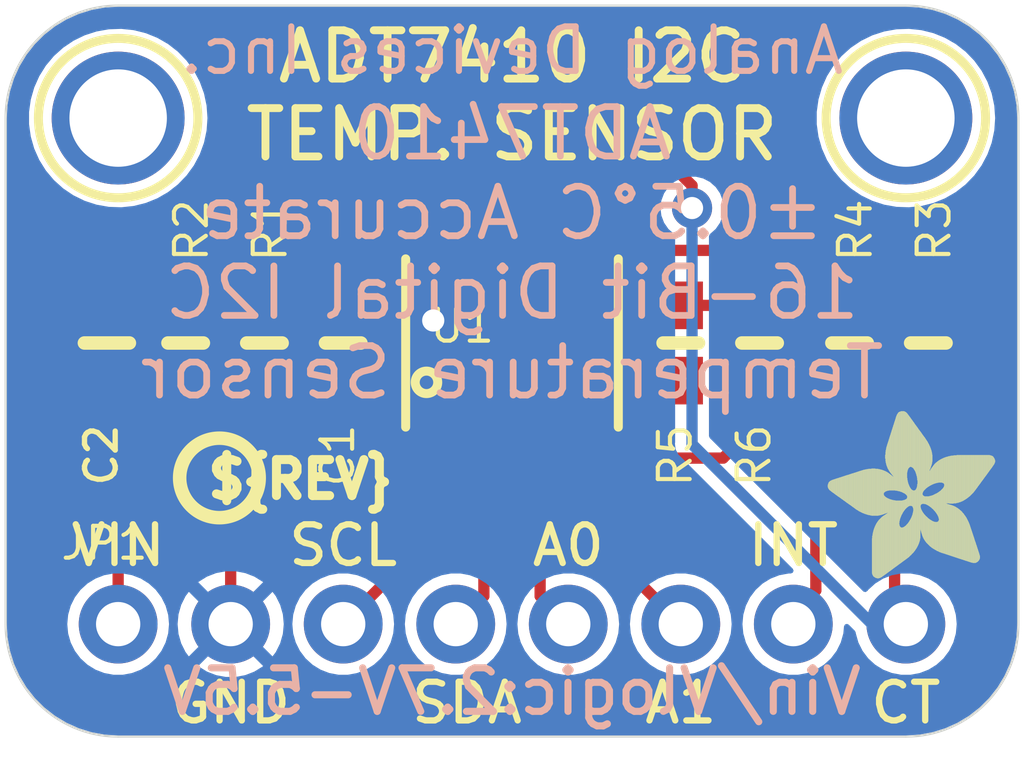
<source format=kicad_pcb>
(kicad_pcb (version 20221018) (generator pcbnew)
  (layers (0 "F.Cu" signal) (31 "B.Cu" signal) (34 "B.Paste" user) (35 "F.Paste" user) (36 "B.SilkS" user "B.Silkscreen") (37 "F.SilkS" user "F.Silkscreen") (38 "B.Mask" user) (39 "F.Mask" user) (44 "Edge.Cuts" user))
  (net 0 "")
  (net 1 "SCL")
  (net 2 "VDD")
  (net 3 "SDA")
  (net 4 "CT")
  (net 5 "INT")
  (net 6 "GND")
  (net 7 "A1")
  (net 8 "A0")
  (footprint "working:0603-NO" (layer "F.Cu") (at 144.6911 104.3686 -90)
    (fp_text reference "C1" (at 1.778 0.127 90) (layer "F.SilkS") (effects (font (size 0.719491 0.719491) (thickness 0.093309)) (justify right)))
    (fp_text value "0.1uF")
    (pad "1" smd rect (at -0.85 0 270) (size 1.075 1) (layers "F.Cu" "F.Paste" "F.Mask") (net 2 "VDD"))
    (pad "2" smd rect (at 0.85 0 270) (size 1.075 1) (layers "F.Cu" "F.Paste" "F.Mask") (net 6 "GND"))
  )
  (footprint "working:ADAFRUIT_3.5MM" (layer "F.Cu") (at 159.4231 109.7026 90)
    (fp_text reference "U$16" hide)
    (fp_text value "" hide)
  )
  (footprint "working:0603-NO" (layer "F.Cu") (at 152.3111 104.3686 -90)
    (fp_text reference "R5" (at 1.778 0.127 90) (layer "F.SilkS") (effects (font (size 0.719491 0.719491) (thickness 0.093309)) (justify right)))
    (fp_text value "10K")
    (pad "1" smd rect (at -0.85 0 270) (size 1.075 1) (layers "F.Cu" "F.Paste" "F.Mask") (net 6 "GND"))
    (pad "2" smd rect (at 0.85 0 270) (size 1.075 1) (layers "F.Cu" "F.Paste" "F.Mask") (net 8 "A0"))
  )
  (footprint "working:MOUNTINGHOLE_2.0_PLATED" (layer "F.Cu") (at 157.3911 99.2886)
    (fp_text reference "U$4" hide)
    (fp_text value "MOUNTINGHOLE2.0" hide)
    (pad "P$1" thru_hole circle (at 0 0) (size 3 3) (drill 2.2) (layers "*.Cu" "*.Mask"))
    (zone (net 0) (net_name "") (layer "B.Cu") (connect_pads (clearance 0)) (min_thickness 0.25)
      (keepout (tracks not_allowed) (vias not_allowed) (pads not_allowed) (copperpour not_allowed) (footprints allowed))
      (fill (thermal_gap 0.5) (thermal_bridge_width 0.5))
      (polygon (pts (xy 159.4071 99.2886) (xy 159.38748 99.008027) (xy 159.329004 98.732915) (xy 159.232808 98.468619) (xy 159.100765 98.220283) (xy 158.935446 97.99274) (xy 158.740067 97.79042) (xy 158.518433 97.61726) (xy 158.274856 97.476631) (xy 158.014078 97.37127) (xy 157.741175 97.303228) (xy 157.461457 97.273828) (xy 157.180371 97.283644) (xy 156.903385 97.332484) (xy 156.635893 97.419397) (xy 156.3831 97.542693) (xy 156.149926 97.69997) (xy 155.940911 97.888169) (xy 155.760122 98.103625) (xy 155.611078 98.342145) (xy 155.49668 98.599087) (xy 155.419154 98.86945) (xy 155.380011 99.147971) (xy 155.380011 99.429229) (xy 155.419154 99.70775) (xy 155.49668 99.978113) (xy 155.611078 100.235055) (xy 155.760122 100.473575) (xy 155.940911 100.689031) (xy 156.149926 100.87723) (xy 156.3831 101.034507) (xy 156.635893 101.157803) (xy 156.903385 101.244716) (xy 157.180371 101.293556) (xy 157.461457 101.303372) (xy 157.741175 101.273972) (xy 158.014078 101.20593) (xy 158.274856 101.100569) (xy 158.518433 100.95994) (xy 158.740067 100.78678) (xy 158.935446 100.58446) (xy 159.100765 100.356917) (xy 159.232808 100.108581) (xy 159.329004 99.844285) (xy 159.38748 99.569173)))
      (polygon (pts (xy 157.3751 99.2886) (xy 157.379786 99.299914) (xy 157.3911 99.3046) (xy 157.402414 99.299914) (xy 157.4071 99.2886) (xy 157.402414 99.277286) (xy 157.3911 99.2726) (xy 157.379786 99.277286)))
    )
  )
  (footprint "working:1X08_ROUND_70" (layer "F.Cu") (at 148.5011 110.7186)
    (fp_text reference "JP1" (at -10.2362 -1.8288) (layer "F.SilkS") (effects (font (size 0.719491 0.719491) (thickness 0.093309)) (justify left)))
    (fp_text value "")
    (pad "1" thru_hole circle (at -8.89 0 90) (size 1.778 1.778) (drill 1) (layers "*.Cu" "*.Mask") (net 2 "VDD"))
    (pad "2" thru_hole circle (at -6.35 0 90) (size 1.778 1.778) (drill 1) (layers "*.Cu" "*.Mask") (net 6 "GND"))
    (pad "3" thru_hole circle (at -3.81 0 90) (size 1.778 1.778) (drill 1) (layers "*.Cu" "*.Mask") (net 1 "SCL"))
    (pad "4" thru_hole circle (at -1.27 0 90) (size 1.778 1.778) (drill 1) (layers "*.Cu" "*.Mask") (net 3 "SDA"))
    (pad "5" thru_hole circle (at 1.27 0 90) (size 1.778 1.778) (drill 1) (layers "*.Cu" "*.Mask") (net 8 "A0"))
    (pad "6" thru_hole circle (at 3.81 0 90) (size 1.778 1.778) (drill 1) (layers "*.Cu" "*.Mask") (net 7 "A1"))
    (pad "7" thru_hole circle (at 6.35 0 90) (size 1.778 1.778) (drill 1) (layers "*.Cu" "*.Mask") (net 5 "INT"))
    (pad "8" thru_hole circle (at 8.89 0 90) (size 1.778 1.778) (drill 1) (layers "*.Cu" "*.Mask") (net 4 "CT"))
  )
  (footprint "working:MOUNTINGHOLE_2.0_PLATED" (layer "F.Cu") (at 139.6111 99.2886)
    (fp_text reference "U$3" hide)
    (fp_text value "MOUNTINGHOLE2.0" hide)
    (pad "P$1" thru_hole circle (at 0 0) (size 3 3) (drill 2.2) (layers "*.Cu" "*.Mask"))
    (zone (net 0) (net_name "") (layer "B.Cu") (connect_pads (clearance 0)) (min_thickness 0.25)
      (keepout (tracks not_allowed) (vias not_allowed) (pads not_allowed) (copperpour not_allowed) (footprints allowed))
      (fill (thermal_gap 0.5) (thermal_bridge_width 0.5))
      (polygon (pts (xy 141.6271 99.2886) (xy 141.60748 99.008027) (xy 141.549004 98.732915) (xy 141.452808 98.468619) (xy 141.320765 98.220283) (xy 141.155446 97.99274) (xy 140.960067 97.79042) (xy 140.738433 97.61726) (xy 140.494856 97.476631) (xy 140.234078 97.37127) (xy 139.961175 97.303228) (xy 139.681457 97.273828) (xy 139.400371 97.283644) (xy 139.123385 97.332484) (xy 138.855893 97.419397) (xy 138.6031 97.542693) (xy 138.369926 97.69997) (xy 138.160911 97.888169) (xy 137.980122 98.103625) (xy 137.831078 98.342145) (xy 137.71668 98.599087) (xy 137.639154 98.86945) (xy 137.600011 99.147971) (xy 137.600011 99.429229) (xy 137.639154 99.70775) (xy 137.71668 99.978113) (xy 137.831078 100.235055) (xy 137.980122 100.473575) (xy 138.160911 100.689031) (xy 138.369926 100.87723) (xy 138.6031 101.034507) (xy 138.855893 101.157803) (xy 139.123385 101.244716) (xy 139.400371 101.293556) (xy 139.681457 101.303372) (xy 139.961175 101.273972) (xy 140.234078 101.20593) (xy 140.494856 101.100569) (xy 140.738433 100.95994) (xy 140.960067 100.78678) (xy 141.155446 100.58446) (xy 141.320765 100.356917) (xy 141.452808 100.108581) (xy 141.549004 99.844285) (xy 141.60748 99.569173)))
      (polygon (pts (xy 139.5951 99.2886) (xy 139.599786 99.299914) (xy 139.6111 99.3046) (xy 139.622414 99.299914) (xy 139.6271 99.2886) (xy 139.622414 99.277286) (xy 139.6111 99.2726) (xy 139.599786 99.277286)))
    )
  )
  (footprint "working:0805-NO" (layer "F.Cu") (at 139.3571 104.3686 -90)
    (fp_text reference "C2" (at 1.778 0.127 90) (layer "F.SilkS") (effects (font (size 0.692831 0.692831) (thickness 0.119969)) (justify right)))
    (fp_text value "10uF")
    (pad "1" smd rect (at -0.95 0 270) (size 1.24 1.5) (layers "F.Cu" "F.Paste" "F.Mask") (net 2 "VDD"))
    (pad "2" smd rect (at 0.95 0 270) (size 1.24 1.5) (layers "F.Cu" "F.Paste" "F.Mask") (net 6 "GND"))
  )
  (footprint "working:0603-NO" (layer "F.Cu") (at 156.1211 104.3686 90)
    (fp_text reference "R4" (at 1.778 0.127 90) (layer "F.SilkS") (effects (font (size 0.719491 0.719491) (thickness 0.093309)) (justify left)))
    (fp_text value "10K")
    (pad "1" smd rect (at -0.85 0 90) (size 1.075 1) (layers "F.Cu" "F.Paste" "F.Mask") (net 5 "INT"))
    (pad "2" smd rect (at 0.85 0 90) (size 1.075 1) (layers "F.Cu" "F.Paste" "F.Mask") (net 2 "VDD"))
  )
  (footprint "working:0603-NO" (layer "F.Cu") (at 142.9131 104.3686 90)
    (fp_text reference "R1" (at 1.778 0.127 90) (layer "F.SilkS") (effects (font (size 0.719491 0.719491) (thickness 0.093309)) (justify left)))
    (fp_text value "10K")
    (pad "1" smd rect (at -0.85 0 90) (size 1.075 1) (layers "F.Cu" "F.Paste" "F.Mask") (net 3 "SDA"))
    (pad "2" smd rect (at 0.85 0 90) (size 1.075 1) (layers "F.Cu" "F.Paste" "F.Mask") (net 2 "VDD"))
  )
  (footprint "working:0603-NO" (layer "F.Cu") (at 157.8991 104.3686 90)
    (fp_text reference "R3" (at 1.778 0.127 90) (layer "F.SilkS") (effects (font (size 0.719491 0.719491) (thickness 0.093309)) (justify left)))
    (fp_text value "10K")
    (pad "1" smd rect (at -0.85 0 90) (size 1.075 1) (layers "F.Cu" "F.Paste" "F.Mask") (net 4 "CT"))
    (pad "2" smd rect (at 0.85 0 90) (size 1.075 1) (layers "F.Cu" "F.Paste" "F.Mask") (net 2 "VDD"))
  )
  (footprint "working:SOIC8_150MIL" (layer "F.Cu") (at 148.5011 104.3686)
    (fp_text reference "U1" (at -1.905 -0.381) (layer "F.SilkS") (effects (font (size 0.719491 0.719491) (thickness 0.093309)) (justify left)))
    (fp_text value "ADT7410")
    (pad "1" smd rect (at -1.905 2.6) (size 0.6 2.2) (layers "F.Cu" "F.Paste" "F.Mask") (net 1 "SCL"))
    (pad "2" smd rect (at -0.635 2.6) (size 0.6 2.2) (layers "F.Cu" "F.Paste" "F.Mask") (net 3 "SDA"))
    (pad "3" smd rect (at 0.635 2.6) (size 0.6 2.2) (layers "F.Cu" "F.Paste" "F.Mask") (net 8 "A0"))
    (pad "4" smd rect (at 1.905 2.6) (size 0.6 2.2) (layers "F.Cu" "F.Paste" "F.Mask") (net 7 "A1"))
    (pad "5" smd rect (at 1.905 -2.6) (size 0.6 2.2) (layers "F.Cu" "F.Paste" "F.Mask") (net 5 "INT"))
    (pad "6" smd rect (at 0.635 -2.6) (size 0.6 2.2) (layers "F.Cu" "F.Paste" "F.Mask") (net 4 "CT"))
    (pad "7" smd rect (at -0.635 -2.6) (size 0.6 2.2) (layers "F.Cu" "F.Paste" "F.Mask") (net 6 "GND"))
    (pad "8" smd rect (at -1.905 -2.6) (size 0.6 2.2) (layers "F.Cu" "F.Paste" "F.Mask") (net 2 "VDD"))
  )
  (footprint "working:PCBFEAT-REV-040" (layer "F.Cu") (at 141.8971 107.4166)
    (fp_text reference "U$1" hide)
    (fp_text value "" hide)
    (fp_text user "${REV}" (at -0.3556 0.508) (layer "F.SilkS") (effects (font (size 0.8128 0.8128) (thickness 0.2032)) (justify left bottom)))
  )
  (footprint "working:FIDUCIAL_1MM" (layer "F.Cu") (at 141.8971 101.5746)
    (fp_text reference "FID1" hide)
    (fp_text value "FIDUCIAL_1MM" hide)
    (pad "1" smd roundrect (at 0 0) (size 1 1) (layers "F.Cu" "F.Mask") (roundrect_rratio 0.5))
  )
  (footprint "working:0603-NO" (layer "F.Cu") (at 154.0891 104.3686 -90)
    (fp_text reference "R6" (at 1.778 0.127 90) (layer "F.SilkS") (effects (font (size 0.719491 0.719491) (thickness 0.093309)) (justify right)))
    (fp_text value "10K")
    (pad "1" smd rect (at -0.85 0 270) (size 1.075 1) (layers "F.Cu" "F.Paste" "F.Mask") (net 6 "GND"))
    (pad "2" smd rect (at 0.85 0 270) (size 1.075 1) (layers "F.Cu" "F.Paste" "F.Mask") (net 7 "A1"))
  )
  (footprint "working:0603-NO" (layer "F.Cu") (at 141.1351 104.3686 90)
    (fp_text reference "R2" (at 1.778 0.127 90) (layer "F.SilkS") (effects (font (size 0.719491 0.719491) (thickness 0.093309)) (justify left)))
    (fp_text value "10K")
    (pad "1" smd rect (at -0.85 0 90) (size 1.075 1) (layers "F.Cu" "F.Paste" "F.Mask") (net 1 "SCL"))
    (pad "2" smd rect (at 0.85 0 90) (size 1.075 1) (layers "F.Cu" "F.Paste" "F.Mask") (net 2 "VDD"))
  )
  (footprint "working:FIDUCIAL_1MM" (layer "F.Cu") (at 152.3111 108.4326)
    (fp_text reference "FID2" hide)
    (fp_text value "FIDUCIAL_1MM" hide)
    (pad "1" smd roundrect (at 0 0) (size 1 1) (layers "F.Cu" "F.Mask") (roundrect_rratio 0.5))
  )
  (gr_arc (start 157.3911 96.7486) (mid 159.187151 97.492549) (end 159.9311 99.2886) (stroke (width 0.05)) (layer "Edge.Cuts"))
  (gr_arc (start 137.0711 99.2886) (mid 137.815049 97.492549) (end 139.6111 96.7486) (stroke (width 0.05)) (layer "Edge.Cuts"))
  (gr_line (start 157.3911 113.2586) (end 139.6111 113.2586) (stroke (width 0.05)) (layer "Edge.Cuts"))
  (gr_arc (start 159.9311 110.7186) (mid 159.187151 112.514651) (end 157.3911 113.2586) (stroke (width 0.05)) (layer "Edge.Cuts"))
  (gr_line (start 139.6111 96.7486) (end 157.3911 96.7486) (stroke (width 0.05)) (layer "Edge.Cuts"))
  (gr_arc (start 139.6111 113.2586) (mid 137.815049 112.514651) (end 137.0711 110.7186) (stroke (width 0.05)) (layer "Edge.Cuts"))
  (gr_line (start 137.0711 110.7186) (end 137.0711 99.2886) (stroke (width 0.05)) (layer "Edge.Cuts"))
  (gr_line (start 159.9311 99.2886) (end 159.9311 110.7186) (stroke (width 0.05)) (layer "Edge.Cuts"))
  (gr_text "Vin/Vlogic:2.7V-5.5V" (at 148.5011 112.2426) (layer "B.SilkS") (effects (font (size 0.98298 0.98298) (thickness 0.16002)) (justify mirror)))
  (gr_text "ADT7410\n±0.5°C Accurate\n16-Bit Digital I2C\nTemperature Sensor" (at 148.5011 102.3366) (layer "B.SilkS") (effects (font (size 1.1176 1.1176) (thickness 0.1524)) (justify mirror)))
  (gr_text "Analog Devices Inc." (at 148.5011 97.7646) (layer "B.SilkS") (effects (font (size 1.00584 1.00584) (thickness 0.13716)) (justify mirror)))
  (gr_text "INT" (at 154.8511 108.9406) (layer "F.SilkS") (effects (font (size 0.87376 0.87376) (thickness 0.14224))))
  (gr_text "ADT7410 I2C\nTEMP. SENSOR" (at 148.5011 98.7806) (layer "F.SilkS") (effects (font (size 1.0922 1.0922) (thickness 0.1778))))
  (gr_text "SDA" (at 147.4851 112.4966) (layer "F.SilkS") (effects (font (size 0.87376 0.87376) (thickness 0.14224))))
  (gr_text "SCL" (at 144.6911 108.9406) (layer "F.SilkS") (effects (font (size 0.87376 0.87376) (thickness 0.14224))))
  (gr_text "GND" (at 142.1511 112.4966) (layer "F.SilkS") (effects (font (size 0.87376 0.87376) (thickness 0.14224))))
  (gr_text "CT" (at 157.3911 112.4966) (layer "F.SilkS") (effects (font (size 0.87376 0.87376) (thickness 0.14224))))
  (gr_text "A1" (at 152.3111 112.4966) (layer "F.SilkS") (effects (font (size 0.87376 0.87376) (thickness 0.14224))))
  (gr_text "VIN" (at 139.6111 108.9406) (layer "F.SilkS") (effects (font (size 0.87376 0.87376) (thickness 0.14224))))
  (gr_text "A0" (at 149.7711 108.9406) (layer "F.SilkS") (effects (font (size 0.87376 0.87376) (thickness 0.14224))))
  (segment (start 142.4651 106.9686) (end 141.1351 105.6386) (width 0.254) (layer "F.Cu") (net 1))
  (segment (start 141.1351 105.2186) (end 141.1351 105.6386) (width 0.254) (layer "F.Cu") (net 1))
  (segment (start 146.5961 106.9686) (end 146.5961 108.8136) (width 0.254) (layer "F.Cu") (net 1))
  (segment (start 146.5961 108.8136) (end 144.6911 110.7186) (width 0.254) (layer "F.Cu") (net 1))
  (segment (start 146.5961 106.9686) (end 142.4651 106.9686) (width 0.254) (layer "F.Cu") (net 1))
  (segment (start 139.6111 110.7186) (end 139.6111 108.6866) (width 0.254) (layer "F.Cu") (net 2))
  (segment (start 156.121096 102.5906) (end 156.121096 103.518597) (width 0.254) (layer "F.Cu") (net 2))
  (segment (start 153.835096 99.2886) (end 147.4851 99.2886) (width 0.254) (layer "F.Cu") (net 2))
  (segment (start 138.8491 103.4186) (end 138.2769 103.9908) (width 0.254) (layer "F.Cu") (net 2))
  (segment (start 156.1211 103.5186) (end 156.121096 103.518597) (width 0.254) (layer "F.Cu") (net 2))
  (segment (start 146.5961 100.1776) (end 146.5961 101.7686) (width 0.254) (layer "F.Cu") (net 2))
  (segment (start 156.121096 102.5906) (end 156.121093 101.574597) (width 0.254) (layer "F.Cu") (net 2))
  (segment (start 146.5961 101.7686) (end 144.8461 103.5186) (width 0.254) (layer "F.Cu") (net 2))
  (segment (start 156.121093 101.574597) (end 153.835096 99.2886) (width 0.254) (layer "F.Cu") (net 2))
  (segment (start 142.9131 103.5186) (end 141.1351 103.5186) (width 0.254) (layer "F.Cu") (net 2))
  (segment (start 141.1351 103.5186) (end 139.4571 103.5186) (width 0.254) (layer "F.Cu") (net 2))
  (segment (start 144.6911 103.5186) (end 142.9131 103.5186) (width 0.254) (layer "F.Cu") (net 2))
  (segment (start 144.8461 103.5186) (end 144.6911 103.5186) (width 0.254) (layer "F.Cu") (net 2))
  (segment (start 138.276903 107.352404) (end 138.2769 103.9908) (width 0.254) (layer "F.Cu") (net 2))
  (segment (start 139.4571 103.5186) (end 139.3571 103.4186) (width 0.254) (layer "F.Cu") (net 2))
  (segment (start 157.8991 103.5186) (end 156.1211 103.5186) (width 0.254) (layer "F.Cu") (net 2))
  (segment (start 139.3571 103.4186) (end 138.8491 103.4186) (width 0.254) (layer "F.Cu") (net 2))
  (segment (start 139.6111 108.6866) (end 138.276903 107.352404) (width 0.254) (layer "F.Cu") (net 2))
  (segment (start 147.4851 99.2886) (end 146.5961 100.1776) (width 0.254) (layer "F.Cu") (net 2))
  (segment (start 147.8661 105.2576) (end 147.8661 106.9686) (width 0.254) (layer "F.Cu") (net 3))
  (segment (start 147.8661 110.0836) (end 147.2311 110.7186) (width 0.254) (layer "F.Cu") (net 3))
  (segment (start 145.199096 106.4006) (end 143.5871 106.4006) (width 0.254) (layer "F.Cu") (net 3))
  (segment (start 146.4691 105.1306) (end 145.199096 106.4006) (width 0.254) (layer "F.Cu") (net 3))
  (segment (start 143.5871 106.4006) (end 142.9131 105.7266) (width 0.254) (layer "F.Cu") (net 3))
  (segment (start 147.8661 106.9686) (end 147.8661 110.0836) (width 0.254) (layer "F.Cu") (net 3))
  (segment (start 147.8661 105.2576) (end 147.7391 105.1306) (width 0.254) (layer "F.Cu") (net 3))
  (segment (start 142.9131 105.2186) (end 142.9131 105.7266) (width 0.254) (layer "F.Cu") (net 3))
  (segment (start 147.7391 105.1306) (end 146.4691 105.1306) (width 0.254) (layer "F.Cu") (net 3))
  (segment (start 149.5171 100.0506) (end 149.1361 100.431604) (width 0.254) (layer "F.Cu") (net 4))
  (segment (start 151.8031 100.0506) (end 149.5171 100.0506) (width 0.254) (layer "F.Cu") (net 4))
  (segment (start 157.3911 110.4646) (end 157.1371 110.2106) (width 0.254) (layer "F.Cu") (net 4))
  (segment (start 157.8991 106.1466) (end 157.1371 106.9086) (width 0.254) (layer "F.Cu") (net 4))
  (segment (start 157.1371 106.9086) (end 157.1371 110.2106) (width 0.254) (layer "F.Cu") (net 4))
  (segment (start 152.5651 100.8126) (end 152.5651 101.3206) (width 0.254) (layer "F.Cu") (net 4))
  (segment (start 157.3911 110.7186) (end 157.3911 110.4646) (width 0.254) (layer "F.Cu") (net 4))
  (segment (start 157.8991 105.2186) (end 157.8991 106.1466) (width 0.254) (layer "F.Cu") (net 4))
  (segment (start 149.1361 100.431604) (end 149.1361 101.7686) (width 0.254) (layer "F.Cu") (net 4))
  (segment (start 152.5651 100.8126) (end 151.8031 100.0506) (width 0.254) (layer "F.Cu") (net 4))
  (via (at 152.5651 101.3206) (size 0.9064) (drill 0.5) (layers "F.Cu" "B.Cu") (net 4))
  (segment (start 156.6291 110.7186) (end 152.5651 106.6546) (width 0.254) (layer "B.Cu") (net 4))
  (segment (start 157.3911 110.7186) (end 156.6291 110.7186) (width 0.254) (layer "B.Cu") (net 4))
  (segment (start 152.5651 101.3206) (end 152.5651 106.6546) (width 0.254) (layer "B.Cu") (net 4))
  (segment (start 155.3591 106.6546) (end 155.3591 109.9566) (width 0.254) (layer "F.Cu") (net 5))
  (segment (start 155.1733 102.590325) (end 155.1733 104.5248) (width 0.254) (layer "F.Cu") (net 5))
  (segment (start 155.3591 109.9566) (end 154.8511 110.4646) (width 0.254) (layer "F.Cu") (net 5))
  (segment (start 156.1211 105.2186) (end 155.8671 105.2186) (width 0.254) (layer "F.Cu") (net 5))
  (segment (start 155.8671 105.2186) (end 155.1733 104.5248) (width 0.254) (layer "F.Cu") (net 5))
  (segment (start 154.8511 110.4646) (end 154.8511 110.7186) (width 0.254) (layer "F.Cu") (net 5))
  (segment (start 155.1733 102.590325) (end 154.859575 102.2766) (width 0.254) (layer "F.Cu") (net 5))
  (segment (start 156.1211 105.8926) (end 155.3591 106.6546) (width 0.254) (layer "F.Cu") (net 5))
  (segment (start 156.1211 105.2186) (end 156.1211 105.8926) (width 0.254) (layer "F.Cu") (net 5))
  (segment (start 150.9141 102.2766) (end 150.4061 101.7686) (width 0.254) (layer "F.Cu") (net 5))
  (segment (start 154.859575 102.2766) (end 150.9141 102.2766) (width 0.254) (layer "F.Cu") (net 5))
  (segment (start 148.667096 103.518597) (end 147.8661 102.7176) (width 0.254) (layer "F.Cu") (net 6))
  (segment (start 147.8661 101.7686) (end 147.8661 102.7176) (width 0.254) (layer "F.Cu") (net 6))
  (segment (start 142.1511 109.1946) (end 139.357103 106.400604) (width 0.254) (layer "F.Cu") (net 6))
  (segment (start 145.3651 105.2186) (end 144.6911 105.2186) (width 0.254) (layer "F.Cu") (net 6))
  (segment (start 147.8661 102.7176) (end 146.7231 103.8606) (width 0.254) (layer "F.Cu") (net 6))
  (segment (start 146.7231 103.8606) (end 145.3651 105.2186) (width 0.254) (layer "F.Cu") (net 6))
  (segment (start 152.3111 103.5186) (end 148.667096 103.518597) (width 0.254) (layer "F.Cu") (net 6))
  (segment (start 142.1511 109.1946) (end 142.1511 110.7186) (width 0.254) (layer "F.Cu") (net 6))
  (segment (start 154.0891 103.5186) (end 152.3111 103.5186) (width 0.254) (layer "F.Cu") (net 6))
  (segment (start 139.357103 106.400604) (end 139.3571 105.3186) (width 0.254) (layer "F.Cu") (net 6))
  (via (at 146.7231 103.8606) (size 0.9064) (drill 0.5) (layers "F.Cu" "B.Cu") (net 6))
  (segment (start 153.2671 106.9686) (end 150.4061 106.9686) (width 0.254) (layer "F.Cu") (net 7))
  (segment (start 150.4061 108.8136) (end 152.3111 110.7186) (width 0.254) (layer "F.Cu") (net 7))
  (segment (start 154.0891 106.1466) (end 153.2671 106.9686) (width 0.254) (layer "F.Cu") (net 7))
  (segment (start 150.4061 106.9686) (end 150.4061 108.8136) (width 0.254) (layer "F.Cu") (net 7))
  (segment (start 154.0891 105.2186) (end 154.0891 106.1466) (width 0.254) (layer "F.Cu") (net 7))
  (segment (start 149.1361 106.9686) (end 149.1361 110.0836) (width 0.254) (layer "F.Cu") (net 8))
  (segment (start 149.1361 110.0836) (end 149.7711 110.7186) (width 0.254) (layer "F.Cu") (net 8))
  (segment (start 152.2231 105.1306) (end 149.5171 105.1306) (width 0.254) (layer "F.Cu") (net 8))
  (segment (start 152.3111 105.2186) (end 152.2231 105.1306) (width 0.254) (layer "F.Cu") (net 8))
  (segment (start 149.1361 105.5116) (end 149.1361 106.9686) (width 0.254) (layer "F.Cu") (net 8))
  (segment (start 149.5171 105.1306) (end 149.1361 105.5116) (width 0.254) (layer "F.Cu") (net 8))
  (zone (net 6) (net_name "GND") (layer "B.Cu") (priority 6) (connect_pads (clearance 0.254)) (min_thickness 0.127) (fill yes (thermal_gap 0.304) (thermal_bridge_width 0.304))
    (polygon (pts (xy 157.712599 96.640815) (xy 158.029411 96.698873) (xy 158.336913 96.794695) (xy 158.630625 96.926884) (xy 158.90626 97.093511) (xy 159.159802 97.292148) (xy 159.387552 97.519898) (xy 159.586189 97.77344) (xy 159.752816 98.049075) (xy 159.885005 98.342787) (xy 159.980827 98.650289) (xy 160.038885 98.967101) (xy 160.0581 99.284763) (xy 160.0581 110.722437) (xy 160.038885 111.040099) (xy 159.980827 111.356911) (xy 159.885005 111.664413) (xy 159.752816 111.958125) (xy 159.586189 112.23376) (xy 159.387552 112.487302) (xy 159.159802 112.715052) (xy 158.90626 112.913689) (xy 158.630625 113.080316) (xy 158.336913 113.212505) (xy 158.029411 113.308327) (xy 157.712599 113.366385) (xy 157.394937 113.3856) (xy 139.607263 113.3856) (xy 139.289601 113.366385) (xy 138.972789 113.308327) (xy 138.665287 113.212505) (xy 138.371575 113.080316) (xy 138.09594 112.913689) (xy 137.842398 112.715052) (xy 137.614648 112.487302) (xy 137.416011 112.23376) (xy 137.249384 111.958125) (xy 137.117195 111.664413) (xy 137.021373 111.356911) (xy 136.963315 111.040099) (xy 136.9441 110.722437) (xy 136.9441 99.284763) (xy 136.963315 98.967101) (xy 137.021373 98.650289) (xy 137.117195 98.342787) (xy 137.249384 98.049075) (xy 137.416011 97.77344) (xy 137.614648 97.519898) (xy 137.842398 97.292148) (xy 138.09594 97.093511) (xy 138.371575 96.926884) (xy 138.665287 96.794695) (xy 138.972789 96.698873) (xy 139.289601 96.640815) (xy 139.607263 96.6216) (xy 157.394937 96.6216)))
  )
)
</source>
